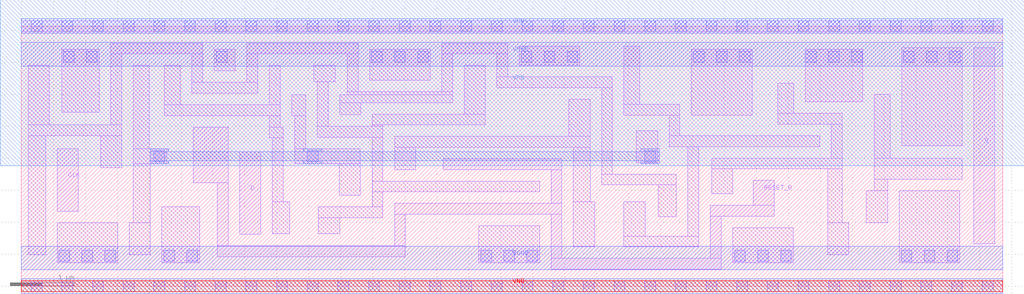
<source format=lef>
# Copyright 2020 The SkyWater PDK Authors
#
# Licensed under the Apache License, Version 2.0 (the "License");
# you may not use this file except in compliance with the License.
# You may obtain a copy of the License at
#
#     https://www.apache.org/licenses/LICENSE-2.0
#
# Unless required by applicable law or agreed to in writing, software
# distributed under the License is distributed on an "AS IS" BASIS,
# WITHOUT WARRANTIES OR CONDITIONS OF ANY KIND, either express or implied.
# See the License for the specific language governing permissions and
# limitations under the License.
#
# SPDX-License-Identifier: Apache-2.0

VERSION 5.7 ;
  NOWIREEXTENSIONATPIN ON ;
  DIVIDERCHAR "/" ;
  BUSBITCHARS "[]" ;
MACRO sky130_fd_sc_hvl__dfrtp_1
  CLASS CORE ;
  FOREIGN sky130_fd_sc_hvl__dfrtp_1 ;
  ORIGIN  0.000000  0.000000 ;
  SIZE  15.36000 BY  4.070000 ;
  SYMMETRY X Y ;
  SITE unithv ;
  PIN D
    ANTENNAGATEAREA  0.420000 ;
    DIRECTION INPUT ;
    USE SIGNAL ;
    PORT
      LAYER li1 ;
        RECT 3.415000 0.810000 3.745000 2.105000 ;
    END
  END D
  PIN Q
    ANTENNADIFFAREA  0.611250 ;
    DIRECTION OUTPUT ;
    USE SIGNAL ;
    PORT
      LAYER li1 ;
        RECT 14.900000 0.665000 15.235000 3.735000 ;
    END
  END Q
  PIN RESET_B
    ANTENNAGATEAREA  1.260000 ;
    DIRECTION INPUT ;
    USE SIGNAL ;
    PORT
      LAYER li1 ;
        RECT  2.695000 1.620000  3.235000 2.490000 ;
        RECT  3.065000 0.460000  6.010000 0.630000 ;
        RECT  3.065000 0.630000  3.235000 1.620000 ;
        RECT  5.840000 0.630000  6.010000 1.125000 ;
        RECT  5.840000 1.125000  8.460000 1.295000 ;
        RECT  6.605000 1.825000  8.460000 1.995000 ;
        RECT  8.290000 0.265000 10.950000 0.435000 ;
        RECT  8.290000 0.435000  8.460000 1.125000 ;
        RECT  8.290000 1.295000  8.460000 1.825000 ;
        RECT 10.780000 0.435000 10.950000 1.095000 ;
        RECT 10.780000 1.095000 11.785000 1.265000 ;
        RECT 11.455000 1.265000 11.785000 1.655000 ;
    END
  END RESET_B
  PIN CLK
    ANTENNAGATEAREA  0.585000 ;
    DIRECTION INPUT ;
    USE CLOCK ;
    PORT
      LAYER li1 ;
        RECT 0.560000 1.175000 0.890000 2.150000 ;
    END
  END CLK
  PIN VGND
    DIRECTION INOUT ;
    USE GROUND ;
    PORT
      LAYER met1 ;
        RECT 0.000000 0.255000 15.360000 0.625000 ;
    END
  END VGND
  PIN VNB
    DIRECTION INOUT ;
    USE GROUND ;
    PORT
      LAYER met1 ;
        RECT 0.000000 -0.115000 15.360000 0.115000 ;
      LAYER pwell ;
        RECT 0.000000 -0.085000 15.360000 0.085000 ;
    END
  END VNB
  PIN VPB
    DIRECTION INOUT ;
    USE POWER ;
    PORT
      LAYER met1 ;
        RECT 0.000000 3.955000 15.360000 4.185000 ;
      LAYER nwell ;
        RECT -0.330000 1.885000 15.690000 4.485000 ;
    END
  END VPB
  PIN VPWR
    DIRECTION INOUT ;
    USE POWER ;
    PORT
      LAYER met1 ;
        RECT 0.000000 3.445000 15.360000 3.815000 ;
    END
  END VPWR
  OBS
    LAYER li1 ;
      RECT  0.000000 -0.085000 15.360000 0.085000 ;
      RECT  0.000000  3.985000 15.360000 4.155000 ;
      RECT  0.110000  0.495000  0.380000 2.355000 ;
      RECT  0.110000  2.355000  1.570000 2.525000 ;
      RECT  0.110000  2.525000  0.440000 3.455000 ;
      RECT  0.560000  0.365000  1.510000 0.995000 ;
      RECT  0.630000  2.725000  1.220000 3.705000 ;
      RECT  1.240000  1.855000  1.570000 2.355000 ;
      RECT  1.400000  2.525000  1.570000 3.635000 ;
      RECT  1.400000  3.635000  2.840000 3.805000 ;
      RECT  1.690000  0.495000  2.020000 0.995000 ;
      RECT  1.750000  0.995000  2.020000 1.920000 ;
      RECT  1.750000  1.920000  2.275000 2.150000 ;
      RECT  1.750000  2.150000  2.000000 3.455000 ;
      RECT  2.200000  0.365000  2.790000 1.245000 ;
      RECT  2.240000  2.670000  4.050000 2.840000 ;
      RECT  2.240000  2.840000  2.490000 3.455000 ;
      RECT  2.670000  3.020000  3.700000 3.190000 ;
      RECT  2.670000  3.190000  2.840000 3.635000 ;
      RECT  3.020000  3.370000  3.350000 3.705000 ;
      RECT  3.530000  3.190000  3.700000 3.635000 ;
      RECT  3.530000  3.635000  5.270000 3.805000 ;
      RECT  3.880000  2.320000  4.100000 2.490000 ;
      RECT  3.880000  2.490000  4.050000 2.670000 ;
      RECT  3.880000  2.840000  4.050000 3.455000 ;
      RECT  3.930000  0.825000  4.200000 1.325000 ;
      RECT  3.930000  1.325000  4.100000 2.320000 ;
      RECT  4.230000  2.670000  4.450000 3.000000 ;
      RECT  4.280000  1.920000  5.305000 2.150000 ;
      RECT  4.280000  2.150000  4.450000 2.670000 ;
      RECT  4.580000  3.200000  4.910000 3.455000 ;
      RECT  4.630000  2.330000  5.660000 2.500000 ;
      RECT  4.630000  2.500000  4.800000 3.200000 ;
      RECT  4.650000  0.825000  4.980000 1.075000 ;
      RECT  4.650000  1.075000  5.660000 1.245000 ;
      RECT  4.975000  1.425000  5.305000 1.920000 ;
      RECT  4.980000  2.680000  5.310000 2.875000 ;
      RECT  4.980000  2.875000  6.750000 3.000000 ;
      RECT  5.100000  3.000000  6.750000 3.045000 ;
      RECT  5.100000  3.045000  5.270000 3.635000 ;
      RECT  5.450000  3.225000  6.400000 3.705000 ;
      RECT  5.490000  1.245000  5.660000 1.475000 ;
      RECT  5.490000  1.475000  8.110000 1.645000 ;
      RECT  5.490000  1.645000  5.660000 2.330000 ;
      RECT  5.490000  2.500000  5.660000 2.525000 ;
      RECT  5.490000  2.525000  7.260000 2.695000 ;
      RECT  5.840000  1.825000  6.170000 2.175000 ;
      RECT  5.840000  2.175000  8.900000 2.345000 ;
      RECT  6.580000  3.045000  6.750000 3.635000 ;
      RECT  6.580000  3.635000  7.610000 3.805000 ;
      RECT  6.930000  2.695000  7.260000 3.455000 ;
      RECT  7.160000  0.365000  8.110000 0.945000 ;
      RECT  7.440000  3.105000  9.250000 3.275000 ;
      RECT  7.440000  3.275000  7.610000 3.635000 ;
      RECT  7.790000  3.455000  8.740000 3.755000 ;
      RECT  8.570000  2.345000  8.900000 2.925000 ;
      RECT  8.640000  0.615000  8.970000 1.325000 ;
      RECT  8.640000  1.325000  8.900000 2.175000 ;
      RECT  9.080000  1.585000 10.250000 1.755000 ;
      RECT  9.080000  1.755000  9.250000 3.105000 ;
      RECT  9.430000  0.615000 10.600000 0.785000 ;
      RECT  9.430000  0.785000  9.760000 1.325000 ;
      RECT  9.430000  2.675000 10.305000 2.845000 ;
      RECT  9.430000  2.845000  9.680000 3.755000 ;
      RECT  9.625000  1.935000  9.955000 2.435000 ;
      RECT  9.965000  1.085000 10.250000 1.585000 ;
      RECT 10.135000  2.185000 12.495000 2.355000 ;
      RECT 10.135000  2.355000 10.305000 2.675000 ;
      RECT 10.430000  0.785000 10.600000 2.185000 ;
      RECT 10.485000  2.675000 11.435000 3.705000 ;
      RECT 10.805000  1.445000 11.135000 1.835000 ;
      RECT 10.805000  1.835000 12.845000 2.005000 ;
      RECT 11.130000  0.365000 12.080000 0.915000 ;
      RECT 11.840000  2.535000 12.845000 2.705000 ;
      RECT 11.840000  2.705000 12.090000 3.175000 ;
      RECT 12.270000  2.885000 13.165000 3.705000 ;
      RECT 12.620000  0.495000 12.950000 0.995000 ;
      RECT 12.620000  0.995000 12.845000 1.835000 ;
      RECT 12.675000  2.005000 12.845000 2.535000 ;
      RECT 13.225000  0.995000 13.555000 1.495000 ;
      RECT 13.345000  1.495000 13.555000 1.675000 ;
      RECT 13.345000  1.675000 14.720000 2.005000 ;
      RECT 13.345000  2.005000 13.595000 3.005000 ;
      RECT 13.735000  0.365000 14.685000 1.495000 ;
      RECT 13.775000  2.195000 14.720000 3.735000 ;
    LAYER mcon ;
      RECT  0.155000 -0.085000  0.325000 0.085000 ;
      RECT  0.155000  3.985000  0.325000 4.155000 ;
      RECT  0.590000  0.395000  0.760000 0.565000 ;
      RECT  0.635000 -0.085000  0.805000 0.085000 ;
      RECT  0.635000  3.985000  0.805000 4.155000 ;
      RECT  0.660000  3.505000  0.830000 3.675000 ;
      RECT  0.950000  0.395000  1.120000 0.565000 ;
      RECT  1.020000  3.505000  1.190000 3.675000 ;
      RECT  1.115000 -0.085000  1.285000 0.085000 ;
      RECT  1.115000  3.985000  1.285000 4.155000 ;
      RECT  1.310000  0.395000  1.480000 0.565000 ;
      RECT  1.595000 -0.085000  1.765000 0.085000 ;
      RECT  1.595000  3.985000  1.765000 4.155000 ;
      RECT  2.075000 -0.085000  2.245000 0.085000 ;
      RECT  2.075000  1.950000  2.245000 2.120000 ;
      RECT  2.075000  3.985000  2.245000 4.155000 ;
      RECT  2.230000  0.395000  2.400000 0.565000 ;
      RECT  2.555000 -0.085000  2.725000 0.085000 ;
      RECT  2.555000  3.985000  2.725000 4.155000 ;
      RECT  2.590000  0.395000  2.760000 0.565000 ;
      RECT  3.035000 -0.085000  3.205000 0.085000 ;
      RECT  3.035000  3.985000  3.205000 4.155000 ;
      RECT  3.050000  3.505000  3.220000 3.675000 ;
      RECT  3.515000 -0.085000  3.685000 0.085000 ;
      RECT  3.515000  3.985000  3.685000 4.155000 ;
      RECT  3.995000 -0.085000  4.165000 0.085000 ;
      RECT  3.995000  3.985000  4.165000 4.155000 ;
      RECT  4.475000 -0.085000  4.645000 0.085000 ;
      RECT  4.475000  1.950000  4.645000 2.120000 ;
      RECT  4.475000  3.985000  4.645000 4.155000 ;
      RECT  4.955000 -0.085000  5.125000 0.085000 ;
      RECT  4.955000  3.985000  5.125000 4.155000 ;
      RECT  5.435000 -0.085000  5.605000 0.085000 ;
      RECT  5.435000  3.985000  5.605000 4.155000 ;
      RECT  5.480000  3.505000  5.650000 3.675000 ;
      RECT  5.840000  3.505000  6.010000 3.675000 ;
      RECT  5.915000 -0.085000  6.085000 0.085000 ;
      RECT  5.915000  3.985000  6.085000 4.155000 ;
      RECT  6.200000  3.505000  6.370000 3.675000 ;
      RECT  6.395000 -0.085000  6.565000 0.085000 ;
      RECT  6.395000  3.985000  6.565000 4.155000 ;
      RECT  6.875000 -0.085000  7.045000 0.085000 ;
      RECT  6.875000  3.985000  7.045000 4.155000 ;
      RECT  7.190000  0.395000  7.360000 0.565000 ;
      RECT  7.355000 -0.085000  7.525000 0.085000 ;
      RECT  7.355000  3.985000  7.525000 4.155000 ;
      RECT  7.550000  0.395000  7.720000 0.565000 ;
      RECT  7.820000  3.505000  7.990000 3.675000 ;
      RECT  7.835000 -0.085000  8.005000 0.085000 ;
      RECT  7.835000  3.985000  8.005000 4.155000 ;
      RECT  7.910000  0.395000  8.080000 0.565000 ;
      RECT  8.180000  3.505000  8.350000 3.675000 ;
      RECT  8.315000 -0.085000  8.485000 0.085000 ;
      RECT  8.315000  3.985000  8.485000 4.155000 ;
      RECT  8.540000  3.505000  8.710000 3.675000 ;
      RECT  8.795000 -0.085000  8.965000 0.085000 ;
      RECT  8.795000  3.985000  8.965000 4.155000 ;
      RECT  9.275000 -0.085000  9.445000 0.085000 ;
      RECT  9.275000  3.985000  9.445000 4.155000 ;
      RECT  9.755000 -0.085000  9.925000 0.085000 ;
      RECT  9.755000  1.950000  9.925000 2.120000 ;
      RECT  9.755000  3.985000  9.925000 4.155000 ;
      RECT 10.235000 -0.085000 10.405000 0.085000 ;
      RECT 10.235000  3.985000 10.405000 4.155000 ;
      RECT 10.515000  3.505000 10.685000 3.675000 ;
      RECT 10.715000 -0.085000 10.885000 0.085000 ;
      RECT 10.715000  3.985000 10.885000 4.155000 ;
      RECT 10.875000  3.505000 11.045000 3.675000 ;
      RECT 11.160000  0.395000 11.330000 0.565000 ;
      RECT 11.195000 -0.085000 11.365000 0.085000 ;
      RECT 11.195000  3.985000 11.365000 4.155000 ;
      RECT 11.235000  3.505000 11.405000 3.675000 ;
      RECT 11.520000  0.395000 11.690000 0.565000 ;
      RECT 11.675000 -0.085000 11.845000 0.085000 ;
      RECT 11.675000  3.985000 11.845000 4.155000 ;
      RECT 11.880000  0.395000 12.050000 0.565000 ;
      RECT 12.155000 -0.085000 12.325000 0.085000 ;
      RECT 12.155000  3.985000 12.325000 4.155000 ;
      RECT 12.270000  3.505000 12.440000 3.675000 ;
      RECT 12.630000  3.505000 12.800000 3.675000 ;
      RECT 12.635000 -0.085000 12.805000 0.085000 ;
      RECT 12.635000  3.985000 12.805000 4.155000 ;
      RECT 12.990000  3.505000 13.160000 3.675000 ;
      RECT 13.115000 -0.085000 13.285000 0.085000 ;
      RECT 13.115000  3.985000 13.285000 4.155000 ;
      RECT 13.595000 -0.085000 13.765000 0.085000 ;
      RECT 13.595000  3.985000 13.765000 4.155000 ;
      RECT 13.765000  0.395000 13.935000 0.565000 ;
      RECT 13.800000  3.505000 13.970000 3.675000 ;
      RECT 14.075000 -0.085000 14.245000 0.085000 ;
      RECT 14.075000  3.985000 14.245000 4.155000 ;
      RECT 14.125000  0.395000 14.295000 0.565000 ;
      RECT 14.160000  3.505000 14.330000 3.675000 ;
      RECT 14.485000  0.395000 14.655000 0.565000 ;
      RECT 14.520000  3.505000 14.690000 3.675000 ;
      RECT 14.555000 -0.085000 14.725000 0.085000 ;
      RECT 14.555000  3.985000 14.725000 4.155000 ;
      RECT 15.035000 -0.085000 15.205000 0.085000 ;
      RECT 15.035000  3.985000 15.205000 4.155000 ;
    LAYER met1 ;
      RECT 2.015000 1.920000 2.305000 1.965000 ;
      RECT 2.015000 1.965000 9.985000 2.105000 ;
      RECT 2.015000 2.105000 2.305000 2.150000 ;
      RECT 4.415000 1.920000 4.705000 1.965000 ;
      RECT 4.415000 2.105000 4.705000 2.150000 ;
      RECT 9.695000 1.920000 9.985000 1.965000 ;
      RECT 9.695000 2.105000 9.985000 2.150000 ;
  END
END sky130_fd_sc_hvl__dfrtp_1
END LIBRARY

</source>
